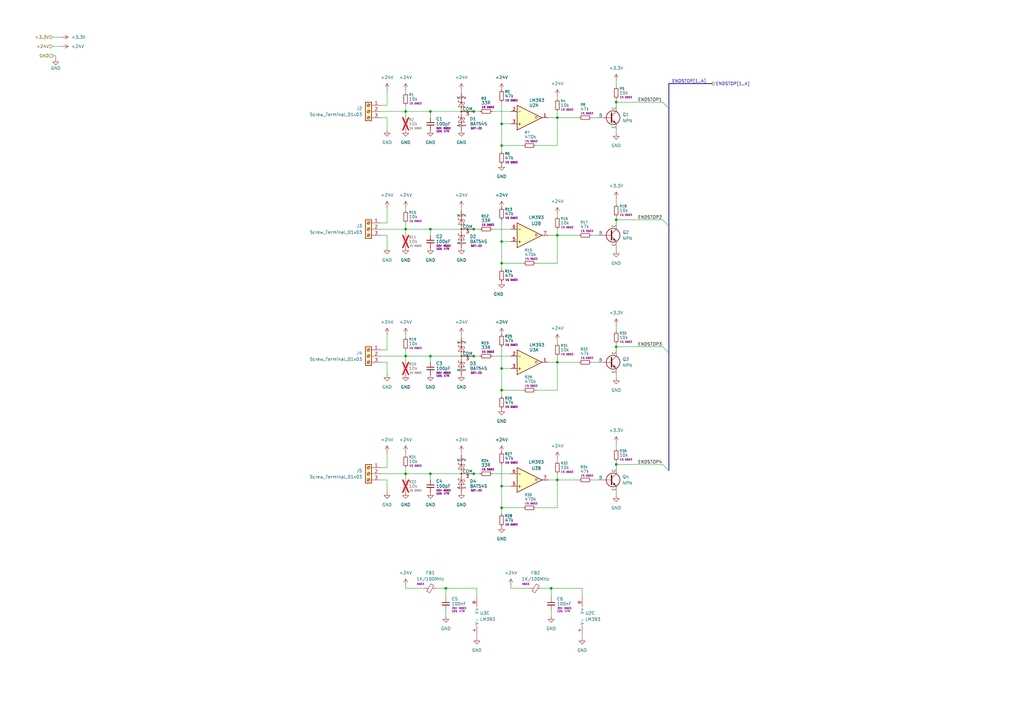
<source format=kicad_sch>
(kicad_sch (version 20250114) (generator "eeschema") (generator_version "9.0")
  (paper "A3")
  (junction (at 228.6 196.85))
  (junction (at 166.37 45.72))
  (junction (at 194.31 146.05))
  (junction (at 205.74 160.02))
  (junction (at 166.37 194.31))
  (junction (at 176.53 146.05))
  (junction (at 228.6 148.59))
  (junction (at 182.88 241.3))
  (junction (at 205.74 59.69))
  (junction (at 205.74 151.13))
  (junction (at 205.74 199.39))
  (junction (at 205.74 50.8))
  (junction (at 252.73 41.91))
  (junction (at 166.37 146.05))
  (junction (at 252.73 142.24))
  (junction (at 205.74 208.28))
  (junction (at 228.6 48.26))
  (junction (at 176.53 93.98))
  (junction (at 194.31 45.72))
  (junction (at 176.53 194.31))
  (junction (at 226.06 241.3))
  (junction (at 205.74 99.06))
  (junction (at 252.73 190.5))
  (junction (at 205.74 107.95))
  (junction (at 166.37 93.98))
  (junction (at 194.31 93.98))
  (junction (at 194.31 194.31))
  (junction (at 176.53 45.72))
  (junction (at 228.6 96.52))
  (junction (at 252.73 90.17))
  (bus_entry (at 271.78 190.5) (size 2.54 2.54))
  (bus_entry (at 271.78 142.24) (size 2.54 2.54))
  (bus_entry (at 271.78 90.17) (size 2.54 2.54))
  (bus_entry (at 271.78 41.91) (size 2.54 2.54))
  (wire (pts (xy 166.37 85.09) (xy 166.37 86.36)))
  (wire (pts (xy 166.37 146.05) (xy 166.37 148.59)))
  (wire (pts (xy 166.37 45.72) (xy 176.53 45.72)))
  (wire (pts (xy 156.21 93.98) (xy 166.37 93.98)))
  (wire (pts (xy 252.73 41.91) (xy 252.73 43.18)))
  (wire (pts (xy 214.63 59.69) (xy 205.74 59.69)))
  (bus (pts (xy 274.32 44.45) (xy 274.32 34.29)))
  (wire (pts (xy 228.6 208.28) (xy 219.71 208.28)))
  (wire (pts (xy 228.6 146.05) (xy 228.6 148.59)))
  (wire (pts (xy 228.6 59.69) (xy 219.71 59.69)))
  (wire (pts (xy 194.31 93.98) (xy 196.85 93.98)))
  (wire (pts (xy 166.37 194.31) (xy 166.37 196.85)))
  (wire (pts (xy 21.59 15.24) (xy 25.4 15.24)))
  (wire (pts (xy 228.6 139.7) (xy 228.6 140.97)))
  (wire (pts (xy 158.75 185.42) (xy 158.75 191.77)))
  (wire (pts (xy 156.21 196.85) (xy 158.75 196.85)))
  (wire (pts (xy 205.74 107.95) (xy 205.74 110.49)))
  (wire (pts (xy 166.37 146.05) (xy 176.53 146.05)))
  (wire (pts (xy 228.6 93.98) (xy 228.6 96.52)))
  (wire (pts (xy 252.73 140.97) (xy 252.73 142.24)))
  (wire (pts (xy 252.73 101.6) (xy 252.73 102.87)))
  (wire (pts (xy 176.53 194.31) (xy 176.53 196.85)))
  (wire (pts (xy 158.75 85.09) (xy 158.75 91.44)))
  (wire (pts (xy 224.79 96.52) (xy 228.6 96.52)))
  (wire (pts (xy 205.74 199.39) (xy 205.74 208.28)))
  (wire (pts (xy 166.37 45.72) (xy 166.37 48.26)))
  (wire (pts (xy 166.37 143.51) (xy 166.37 146.05)))
  (wire (pts (xy 166.37 241.3) (xy 166.37 240.03)))
  (wire (pts (xy 228.6 187.96) (xy 228.6 189.23)))
  (wire (pts (xy 156.21 45.72) (xy 166.37 45.72)))
  (wire (pts (xy 214.63 160.02) (xy 205.74 160.02)))
  (wire (pts (xy 252.73 88.9) (xy 252.73 90.17)))
  (wire (pts (xy 252.73 90.17) (xy 271.78 90.17)))
  (wire (pts (xy 252.73 41.91) (xy 271.78 41.91)))
  (wire (pts (xy 158.75 101.6) (xy 158.75 96.52)))
  (wire (pts (xy 166.37 93.98) (xy 176.53 93.98)))
  (wire (pts (xy 252.73 181.61) (xy 252.73 184.15)))
  (wire (pts (xy 166.37 191.77) (xy 166.37 194.31)))
  (bus (pts (xy 274.32 144.78) (xy 274.32 92.71)))
  (wire (pts (xy 238.76 241.3) (xy 238.76 245.11)))
  (wire (pts (xy 194.31 45.72) (xy 196.85 45.72)))
  (wire (pts (xy 228.6 107.95) (xy 219.71 107.95)))
  (wire (pts (xy 179.07 241.3) (xy 182.88 241.3)))
  (wire (pts (xy 252.73 33.02) (xy 252.73 35.56)))
  (wire (pts (xy 201.93 146.05) (xy 209.55 146.05)))
  (wire (pts (xy 182.88 245.11) (xy 182.88 241.3)))
  (wire (pts (xy 228.6 39.37) (xy 228.6 40.64)))
  (wire (pts (xy 205.74 160.02) (xy 205.74 151.13)))
  (wire (pts (xy 201.93 194.31) (xy 209.55 194.31)))
  (wire (pts (xy 189.23 85.09) (xy 189.23 86.36)))
  (wire (pts (xy 228.6 45.72) (xy 228.6 48.26)))
  (wire (pts (xy 156.21 43.18) (xy 158.75 43.18)))
  (wire (pts (xy 158.75 36.83) (xy 158.75 43.18)))
  (wire (pts (xy 156.21 48.26) (xy 158.75 48.26)))
  (wire (pts (xy 228.6 87.63) (xy 228.6 88.9)))
  (wire (pts (xy 156.21 96.52) (xy 158.75 96.52)))
  (wire (pts (xy 176.53 194.31) (xy 194.31 194.31)))
  (bus (pts (xy 274.32 193.04) (xy 274.32 144.78)))
  (wire (pts (xy 205.74 199.39) (xy 209.55 199.39)))
  (wire (pts (xy 156.21 146.05) (xy 166.37 146.05)))
  (wire (pts (xy 176.53 93.98) (xy 176.53 96.52)))
  (wire (pts (xy 195.58 260.35) (xy 195.58 261.62)))
  (wire (pts (xy 201.93 45.72) (xy 209.55 45.72)))
  (wire (pts (xy 228.6 96.52) (xy 237.49 96.52)))
  (wire (pts (xy 182.88 241.3) (xy 195.58 241.3)))
  (wire (pts (xy 166.37 36.83) (xy 166.37 38.1)))
  (wire (pts (xy 176.53 146.05) (xy 194.31 146.05)))
  (wire (pts (xy 214.63 107.95) (xy 205.74 107.95)))
  (wire (pts (xy 222.25 241.3) (xy 226.06 241.3)))
  (wire (pts (xy 228.6 148.59) (xy 237.49 148.59)))
  (wire (pts (xy 209.55 241.3) (xy 217.17 241.3)))
  (wire (pts (xy 205.74 151.13) (xy 209.55 151.13)))
  (wire (pts (xy 242.57 196.85) (xy 245.11 196.85)))
  (wire (pts (xy 228.6 194.31) (xy 228.6 196.85)))
  (wire (pts (xy 214.63 208.28) (xy 205.74 208.28)))
  (wire (pts (xy 182.88 252.73) (xy 182.88 250.19)))
  (wire (pts (xy 226.06 252.73) (xy 226.06 250.19)))
  (wire (pts (xy 252.73 190.5) (xy 271.78 190.5)))
  (wire (pts (xy 189.23 185.42) (xy 189.23 186.69)))
  (wire (pts (xy 252.73 40.64) (xy 252.73 41.91)))
  (wire (pts (xy 166.37 93.98) (xy 166.37 96.52)))
  (wire (pts (xy 224.79 196.85) (xy 228.6 196.85)))
  (wire (pts (xy 226.06 245.11) (xy 226.06 241.3)))
  (wire (pts (xy 252.73 153.67) (xy 252.73 154.94)))
  (wire (pts (xy 252.73 133.35) (xy 252.73 135.89)))
  (wire (pts (xy 242.57 148.59) (xy 245.11 148.59)))
  (bus (pts (xy 274.32 34.29) (xy 292.1 34.29)))
  (wire (pts (xy 156.21 148.59) (xy 158.75 148.59)))
  (wire (pts (xy 201.93 93.98) (xy 209.55 93.98)))
  (wire (pts (xy 228.6 196.85) (xy 237.49 196.85)))
  (wire (pts (xy 205.74 50.8) (xy 205.74 41.91)))
  (wire (pts (xy 189.23 137.16) (xy 189.23 138.43)))
  (wire (pts (xy 166.37 43.18) (xy 166.37 45.72)))
  (wire (pts (xy 176.53 45.72) (xy 176.53 48.26)))
  (wire (pts (xy 252.73 190.5) (xy 252.73 191.77)))
  (wire (pts (xy 205.74 151.13) (xy 205.74 142.24)))
  (wire (pts (xy 176.53 146.05) (xy 176.53 148.59)))
  (wire (pts (xy 205.74 160.02) (xy 205.74 162.56)))
  (wire (pts (xy 252.73 142.24) (xy 252.73 143.51)))
  (wire (pts (xy 205.74 59.69) (xy 205.74 50.8)))
  (wire (pts (xy 166.37 194.31) (xy 176.53 194.31)))
  (wire (pts (xy 22.86 22.86) (xy 22.86 24.13)))
  (wire (pts (xy 228.6 48.26) (xy 228.6 59.69)))
  (wire (pts (xy 176.53 45.72) (xy 194.31 45.72)))
  (wire (pts (xy 242.57 96.52) (xy 245.11 96.52)))
  (wire (pts (xy 176.53 93.98) (xy 194.31 93.98)))
  (wire (pts (xy 228.6 48.26) (xy 237.49 48.26)))
  (wire (pts (xy 158.75 201.93) (xy 158.75 196.85)))
  (wire (pts (xy 194.31 146.05) (xy 196.85 146.05)))
  (wire (pts (xy 228.6 196.85) (xy 228.6 208.28)))
  (wire (pts (xy 238.76 260.35) (xy 238.76 261.62)))
  (wire (pts (xy 158.75 153.67) (xy 158.75 148.59)))
  (wire (pts (xy 195.58 241.3) (xy 195.58 245.11)))
  (wire (pts (xy 156.21 143.51) (xy 158.75 143.51)))
  (wire (pts (xy 166.37 241.3) (xy 173.99 241.3)))
  (wire (pts (xy 209.55 241.3) (xy 209.55 240.03)))
  (wire (pts (xy 156.21 191.77) (xy 158.75 191.77)))
  (wire (pts (xy 166.37 91.44) (xy 166.37 93.98)))
  (wire (pts (xy 252.73 201.93) (xy 252.73 203.2)))
  (wire (pts (xy 252.73 81.28) (xy 252.73 83.82)))
  (wire (pts (xy 224.79 148.59) (xy 228.6 148.59)))
  (wire (pts (xy 228.6 160.02) (xy 219.71 160.02)))
  (wire (pts (xy 252.73 142.24) (xy 271.78 142.24)))
  (wire (pts (xy 228.6 96.52) (xy 228.6 107.95)))
  (wire (pts (xy 166.37 137.16) (xy 166.37 138.43)))
  (wire (pts (xy 21.59 22.86) (xy 22.86 22.86)))
  (wire (pts (xy 158.75 137.16) (xy 158.75 143.51)))
  (wire (pts (xy 205.74 99.06) (xy 209.55 99.06)))
  (wire (pts (xy 205.74 50.8) (xy 209.55 50.8)))
  (wire (pts (xy 158.75 53.34) (xy 158.75 48.26)))
  (wire (pts (xy 252.73 189.23) (xy 252.73 190.5)))
  (bus (pts (xy 274.32 92.71) (xy 274.32 44.45)))
  (wire (pts (xy 226.06 241.3) (xy 238.76 241.3)))
  (wire (pts (xy 194.31 194.31) (xy 196.85 194.31)))
  (wire (pts (xy 189.23 36.83) (xy 189.23 38.1)))
  (wire (pts (xy 205.74 208.28) (xy 205.74 210.82)))
  (wire (pts (xy 156.21 194.31) (xy 166.37 194.31)))
  (wire (pts (xy 205.74 59.69) (xy 205.74 62.23)))
  (wire (pts (xy 228.6 148.59) (xy 228.6 160.02)))
  (wire (pts (xy 156.21 91.44) (xy 158.75 91.44)))
  (wire (pts (xy 21.59 19.05) (xy 25.4 19.05)))
  (wire (pts (xy 252.73 90.17) (xy 252.73 91.44)))
  (wire (pts (xy 205.74 99.06) (xy 205.74 107.95)))
  (wire (pts (xy 166.37 185.42) (xy 166.37 186.69)))
  (wire (pts (xy 224.79 48.26) (xy 228.6 48.26)))
  (wire (pts (xy 242.57 48.26) (xy 245.11 48.26)))
  (wire (pts (xy 205.74 199.39) (xy 205.74 190.5)))
  (wire (pts (xy 205.74 99.06) (xy 205.74 90.17)))
  (wire (pts (xy 252.73 53.34) (xy 252.73 54.61)))
  (label "ENDSTOP4" (at 261.62 190.5 0))
  (label "ENDSTOP2" (at 261.62 90.17 0))
  (label "ENDSTOP[1..4]" (at 275.59 34.29 0))
  (label "ENDSTOP3" (at 261.62 142.24 0))
  (label "ENDSTOP1" (at 261.62 41.91 0))
  (hierarchical_label "+24V" (shape input) (at 21.59 19.05 180))
  (hierarchical_label "GND" (shape passive) (at 21.59 22.86 180))
  (hierarchical_label "ENDSTOP[1..4]" (shape output) (at 292.1 34.29 0))
  (hierarchical_label "+3.3V" (shape input) (at 21.59 15.24 180))
  (symbol (lib_id "Connector:Screw_Terminal_01x03") (at 151.13 146.05 0) (mirror y) (unit 1)
    (property "Reference" "J4" (at 148.59 144.7799 0) (effects (justify left)))
    (property "Value" "Screw_Terminal_01x03" (at 148.59 147.3199 0) (effects (justify left)))
    (property "Footprint" "TerminalBlock_4Ucon:TerminalBlock_4Ucon_1x03_P3.50mm_Horizontal" (effects (hide yes)))
    (property "Description" "Generic screw terminal, single row, 01x03, script generated (kicad-library-utils/schlib/autogen/connector/)" (effects (hide yes)))
  )
  (symbol (lib_id "power:GND") (at 252.73 154.94 0) (unit 1)
    (property "Reference" "#PWR046" (effects (hide yes)))
    (property "Value" "GND" (at 252.73 160.02 0))
    (property "Description" "Power symbol creates a global label with name \"GND\" , ground" (effects (hide yes)))
  )
  (symbol (lib_id "Diode:BAT54S") (at 189.23 146.05 90) (unit 1)
    (property "Reference" "D3" (at 195.326 149.098 90) (effects (justify left)))
    (property "Value" "BAT54S" (at 199.898 151.13 90) (effects (justify left)))
    (property "Footprint" "Package_TO_SOT_SMD:SOT-23" (effects (hide yes)))
    (property "Datasheet" "https://www.diodes.com/assets/Datasheets/ds11005.pdf" (effects (hide yes)))
    (property "Description" "Vr 30V, If 200mA, Dual schottky barrier diode, in series, SOT-323" (effects (hide yes)))
    (property "case" "SOT-23" (at 195.326 152.908 90) (effects (font (size 0.762 0.762))))
  )
  (symbol (lib_id "Device:R_Small") (at 166.37 88.9 0) (unit 1)
    (property "Reference" "R10" (at 167.64 87.122 0) (effects (font (size 1.016 1.016)) (justify left)))
    (property "Value" "10k" (at 167.64 88.9 0) (effects (justify left)))
    (property "Footprint" "Resistor_SMD:R_0603_1608Metric" (effects (hide yes)))
    (property "Description" "Resistor, small symbol" (effects (hide yes)))
    (property "Case" "0603" (at 171.45 90.678 0) (effects (font (size 0.762 0.762))))
    (property "Tolerance" "1%" (at 168.656 90.678 0) (effects (font (size 0.762 0.762))))
  )
  (symbol (lib_id "power:+24V") (at 166.37 36.83 0) (unit 1)
    (property "Reference" "#PWR04" (effects (hide yes)))
    (property "Value" "+24V" (at 166.37 31.75 0))
    (property "Description" "Power symbol creates a global label with name \"+24V\"" (effects (hide yes)))
  )
  (symbol (lib_id "Device:R_Small") (at 205.74 39.37 0) (unit 1)
    (property "Reference" "R5" (at 207.01 37.592 0) (effects (font (size 1.016 1.016)) (justify left)))
    (property "Value" "47k" (at 207.01 39.37 0) (effects (justify left)))
    (property "Footprint" "Resistor_SMD:R_0603_1608Metric" (effects (hide yes)))
    (property "Description" "Resistor, small symbol" (effects (hide yes)))
    (property "Case" "0603" (at 210.82 41.148 0) (effects (font (size 0.762 0.762))))
    (property "Tolerance" "1%" (at 208.026 41.148 0) (effects (font (size 0.762 0.762))))
  )
  (symbol (lib_id "Comparator:LM393") (at 217.17 96.52 0) (mirror x) (unit 2)
    (property "Reference" "U2" (at 219.964 91.694 0))
    (property "Value" "LM393" (at 219.964 89.154 0))
    (property "Footprint" "Package_SO:SOIC-8_5.3x5.3mm_P1.27mm" (effects (hide yes)))
    (property "Datasheet" "http://www.ti.com/lit/ds/symlink/lm393.pdf" (effects (hide yes)))
    (property "Description" "Low-Power, Low-Offset Voltage, Dual Comparators, DIP-8/SOIC-8/TO-99-8" (effects (hide yes)))
  )
  (symbol (lib_id "power:GND") (at 189.23 101.6 0) (unit 1)
    (property "Reference" "#PWR019" (effects (hide yes)))
    (property "Value" "GND" (at 189.23 106.68 0))
    (property "Description" "Power symbol creates a global label with name \"GND\" , ground" (effects (hide yes)))
  )
  (symbol (lib_id "Device:R_Small") (at 240.03 48.26 90) (unit 1)
    (property "Reference" "R8" (at 237.998 42.926 90) (effects (font (size 1.016 1.016)) (justify right)))
    (property "Value" "47k" (at 237.998 44.704 90) (effects (justify right)))
    (property "Footprint" "Resistor_SMD:R_0603_1608Metric" (effects (hide yes)))
    (property "Description" "Resistor, small symbol" (effects (hide yes)))
    (property "Case" "0603" (at 241.808 46.482 90) (effects (font (size 0.762 0.762))))
    (property "Tolerance" "1%" (at 239.014 46.482 90) (effects (font (size 0.762 0.762))))
  )
  (symbol (lib_id "power:GND") (at 158.75 53.34 0) (unit 1)
    (property "Reference" "#PWR07" (effects (hide yes)))
    (property "Value" "GND" (at 158.75 58.42 0))
    (property "Description" "Power symbol creates a global label with name \"GND\" , ground" (effects (hide yes)))
  )
  (symbol (lib_id "power:+24V") (at 166.37 137.16 0) (unit 1)
    (property "Reference" "#PWR029" (effects (hide yes)))
    (property "Value" "+24V" (at 166.37 132.08 0))
    (property "Description" "Power symbol creates a global label with name \"+24V\"" (effects (hide yes)))
  )
  (symbol (lib_id "power:+24V") (at 158.75 137.16 0) (unit 1)
    (property "Reference" "#PWR025" (effects (hide yes)))
    (property "Value" "+24V" (at 158.75 132.08 0))
    (property "Description" "Power symbol creates a global label with name \"+24V\"" (effects (hide yes)))
  )
  (symbol (lib_id "Comparator:LM393") (at 217.17 48.26 0) (mirror x) (unit 1)
    (property "Reference" "U2" (at 218.948 43.18 0))
    (property "Value" "LM393" (at 220.218 41.148 0))
    (property "Footprint" "Package_SO:SOIC-8_5.3x5.3mm_P1.27mm" (effects (hide yes)))
    (property "Datasheet" "http://www.ti.com/lit/ds/symlink/lm393.pdf" (effects (hide yes)))
    (property "Description" "Low-Power, Low-Offset Voltage, Dual Comparators, DIP-8/SOIC-8/TO-99-8" (effects (hide yes)))
  )
  (symbol (lib_id "Device:R_Small") (at 240.03 148.59 90) (unit 1)
    (property "Reference" "R33" (at 237.998 143.256 90) (effects (font (size 1.016 1.016)) (justify right)))
    (property "Value" "47k" (at 237.998 145.034 90) (effects (justify right)))
    (property "Footprint" "Resistor_SMD:R_0603_1608Metric" (effects (hide yes)))
    (property "Description" "Resistor, small symbol" (effects (hide yes)))
    (property "Case" "0603" (at 241.808 146.812 90) (effects (font (size 0.762 0.762))))
    (property "Tolerance" "1%" (at 239.014 146.812 90) (effects (font (size 0.762 0.762))))
  )
  (symbol (lib_id "power:+3.3V") (at 252.73 33.02 0) (unit 1)
    (property "Reference" "#PWR08" (effects (hide yes)))
    (property "Value" "+3.3V" (at 252.73 27.94 0))
    (property "Description" "Power symbol creates a global label with name \"+3.3V\"" (effects (hide yes)))
  )
  (symbol (lib_id "Device:R_Small") (at 166.37 50.8 0) (unit 1) (dnp yes)
    (property "Reference" "R2" (at 167.64 49.022 0) (effects (font (size 1.016 1.016)) (justify left)))
    (property "Value" "10k" (at 167.64 50.8 0) (effects (justify left)))
    (property "Footprint" "Resistor_SMD:R_0603_1608Metric" (effects (hide yes)))
    (property "Description" "Resistor, small symbol" (effects (hide yes)))
    (property "Case" "0603" (at 171.45 52.578 0) (effects (font (size 0.762 0.762))))
    (property "Tolerance" "1%" (at 168.656 52.578 0) (effects (font (size 0.762 0.762))))
  )
  (symbol (lib_id "power:GND") (at 166.37 153.67 0) (unit 1)
    (property "Reference" "#PWR030" (effects (hide yes)))
    (property "Value" "GND" (at 166.37 158.75 0))
    (property "Description" "Power symbol creates a global label with name \"GND\" , ground" (effects (hide yes)))
  )
  (symbol (lib_id "Device:C_Small") (at 176.53 50.8 0) (unit 1)
    (property "Reference" "C1" (at 178.816 48.768 0) (effects (justify left)))
    (property "Value" "100pF" (at 178.816 50.8 0) (effects (justify left)))
    (property "Footprint" "Capacitor_SMD:C_0603_1608Metric" (effects (hide yes)))
    (property "Description" "Unpolarized capacitor, small symbol" (effects (hide yes)))
    (property "Tolerance" "10%" (at 180.086 53.848 0) (effects (font (size 0.762 0.762))))
    (property "Case" "0603" (at 183.388 52.578 0) (effects (font (size 0.762 0.762))))
    (property "Voltage" "50V" (at 180.086 52.578 0) (effects (font (size 0.762 0.762))))
    (property "Dielectric" "X7R" (at 183.134 53.848 0) (effects (font (size 0.762 0.762))))
  )
  (symbol (lib_id "Comparator:LM393") (at 241.3 252.73 0) (unit 3)
    (property "Reference" "U2" (at 240.03 251.4599 0) (effects (justify left)))
    (property "Value" "LM393" (at 240.03 253.9999 0) (effects (justify left)))
    (property "Footprint" "Package_SO:SOIC-8_5.3x5.3mm_P1.27mm" (effects (hide yes)))
    (property "Datasheet" "http://www.ti.com/lit/ds/symlink/lm393.pdf" (effects (hide yes)))
    (property "Description" "Low-Power, Low-Offset Voltage, Dual Comparators, DIP-8/SOIC-8/TO-99-8" (effects (hide yes)))
  )
  (symbol (lib_id "Device:R_Small") (at 205.74 213.36 0) (unit 1)
    (property "Reference" "R28" (at 207.01 211.582 0) (effects (font (size 1.016 1.016)) (justify left)))
    (property "Value" "47k" (at 207.01 213.36 0) (effects (justify left)))
    (property "Footprint" "Resistor_SMD:R_0603_1608Metric" (effects (hide yes)))
    (property "Description" "Resistor, small symbol" (effects (hide yes)))
    (property "Case" "0603" (at 210.82 215.138 0) (effects (font (size 0.762 0.762))))
    (property "Tolerance" "1%" (at 208.026 215.138 0) (effects (font (size 0.762 0.762))))
  )
  (symbol (lib_id "power:+24V") (at 189.23 185.42 0) (unit 1)
    (property "Reference" "#PWR037" (effects (hide yes)))
    (property "Value" "+24V" (at 189.23 180.34 0))
    (property "Description" "Power symbol creates a global label with name \"+24V\"" (effects (hide yes)))
  )
  (symbol (lib_id "Device:R_Small") (at 205.74 87.63 0) (unit 1)
    (property "Reference" "R13" (at 207.01 85.852 0) (effects (font (size 1.016 1.016)) (justify left)))
    (property "Value" "47k" (at 207.01 87.63 0) (effects (justify left)))
    (property "Footprint" "Resistor_SMD:R_0603_1608Metric" (effects (hide yes)))
    (property "Description" "Resistor, small symbol" (effects (hide yes)))
    (property "Case" "0603" (at 210.82 89.408 0) (effects (font (size 0.762 0.762))))
    (property "Tolerance" "1%" (at 208.026 89.408 0) (effects (font (size 0.762 0.762))))
  )
  (symbol (lib_id "power:GND") (at 176.53 201.93 0) (unit 1)
    (property "Reference" "#PWR034" (effects (hide yes)))
    (property "Value" "GND" (at 176.53 207.01 0))
    (property "Description" "Power symbol creates a global label with name \"GND\" , ground" (effects (hide yes)))
  )
  (symbol (lib_id "power:GND") (at 195.58 261.62 0) (unit 1)
    (property "Reference" "#PWR049" (effects (hide yes)))
    (property "Value" "GND" (at 195.58 266.7 0))
    (property "Description" "Power symbol creates a global label with name \"GND\" , ground" (effects (hide yes)))
  )
  (symbol (lib_id "power:+24V") (at 166.37 185.42 0) (unit 1)
    (property "Reference" "#PWR031" (effects (hide yes)))
    (property "Value" "+24V" (at 166.37 180.34 0))
    (property "Description" "Power symbol creates a global label with name \"+24V\"" (effects (hide yes)))
  )
  (symbol (lib_id "power:GND") (at 189.23 201.93 0) (unit 1)
    (property "Reference" "#PWR038" (effects (hide yes)))
    (property "Value" "GND" (at 189.23 207.01 0))
    (property "Description" "Power symbol creates a global label with name \"GND\" , ground" (effects (hide yes)))
  )
  (symbol (lib_id "power:GND") (at 166.37 201.93 0) (unit 1)
    (property "Reference" "#PWR032" (effects (hide yes)))
    (property "Value" "GND" (at 166.37 207.01 0))
    (property "Description" "Power symbol creates a global label with name \"GND\" , ground" (effects (hide yes)))
  )
  (symbol (lib_id "power:+24V") (at 158.75 36.83 0) (unit 1)
    (property "Reference" "#PWR05" (effects (hide yes)))
    (property "Value" "+24V" (at 158.75 31.75 0))
    (property "Description" "Power symbol creates a global label with name \"+24V\"" (effects (hide yes)))
  )
  (symbol (lib_id "Diode:BAT54S") (at 189.23 45.72 90) (unit 1)
    (property "Reference" "D1" (at 195.326 48.768 90) (effects (justify left)))
    (property "Value" "BAT54S" (at 199.898 50.8 90) (effects (justify left)))
    (property "Footprint" "Package_TO_SOT_SMD:SOT-23" (effects (hide yes)))
    (property "Datasheet" "https://www.diodes.com/assets/Datasheets/ds11005.pdf" (effects (hide yes)))
    (property "Description" "Vr 30V, If 200mA, Dual schottky barrier diode, in series, SOT-323" (effects (hide yes)))
    (property "case" "SOT-23" (at 195.326 52.578 90) (effects (font (size 0.762 0.762))))
  )
  (symbol (lib_id "Device:C_Small") (at 226.06 247.65 0) (unit 1)
    (property "Reference" "C6" (at 228.346 245.618 0) (effects (justify left)))
    (property "Value" "100nF" (at 228.346 247.65 0) (effects (justify left)))
    (property "Footprint" "Capacitor_SMD:C_0603_1608Metric" (effects (hide yes)))
    (property "Description" "Unpolarized capacitor, small symbol" (effects (hide yes)))
    (property "Tolerance" "10%" (at 229.616 250.698 0) (effects (font (size 0.762 0.762))))
    (property "Case" "0603" (at 232.918 249.428 0) (effects (font (size 0.762 0.762))))
    (property "Voltage" "35V" (at 229.616 249.428 0) (effects (font (size 0.762 0.762))))
    (property "Dielectric" "X7R" (at 232.664 250.698 0) (effects (font (size 0.762 0.762))))
  )
  (symbol (lib_id "power:+3.3V") (at 252.73 133.35 0) (unit 1)
    (property "Reference" "#PWR043" (effects (hide yes)))
    (property "Value" "+3.3V" (at 252.73 128.27 0))
    (property "Description" "Power symbol creates a global label with name \"+3.3V\"" (effects (hide yes)))
  )
  (symbol (lib_id "Device:R_Small") (at 166.37 140.97 0) (unit 1)
    (property "Reference" "R19" (at 167.64 139.192 0) (effects (font (size 1.016 1.016)) (justify left)))
    (property "Value" "10k" (at 167.64 140.97 0) (effects (justify left)))
    (property "Footprint" "Resistor_SMD:R_0603_1608Metric" (effects (hide yes)))
    (property "Description" "Resistor, small symbol" (effects (hide yes)))
    (property "Case" "0603" (at 171.45 142.748 0) (effects (font (size 0.762 0.762))))
    (property "Tolerance" "1%" (at 168.656 142.748 0) (effects (font (size 0.762 0.762))))
  )
  (symbol (lib_id "Device:R_Small") (at 205.74 139.7 0) (unit 1)
    (property "Reference" "R25" (at 207.01 137.922 0) (effects (font (size 1.016 1.016)) (justify left)))
    (property "Value" "47k" (at 207.01 139.7 0) (effects (justify left)))
    (property "Footprint" "Resistor_SMD:R_0603_1608Metric" (effects (hide yes)))
    (property "Description" "Resistor, small symbol" (effects (hide yes)))
    (property "Case" "0603" (at 210.82 141.478 0) (effects (font (size 0.762 0.762))))
    (property "Tolerance" "1%" (at 208.026 141.478 0) (effects (font (size 0.762 0.762))))
  )
  (symbol (lib_id "Device:R_Small") (at 228.6 91.44 0) (unit 1)
    (property "Reference" "R16" (at 229.87 89.662 0) (effects (font (size 1.016 1.016)) (justify left)))
    (property "Value" "10k" (at 229.87 91.44 0) (effects (justify left)))
    (property "Footprint" "Resistor_SMD:R_0603_1608Metric" (effects (hide yes)))
    (property "Description" "Resistor, small symbol" (effects (hide yes)))
    (property "Case" "0603" (at 233.68 93.218 0) (effects (font (size 0.762 0.762))))
    (property "Tolerance" "1%" (at 230.886 93.218 0) (effects (font (size 0.762 0.762))))
  )
  (symbol (lib_id "Device:R_Small") (at 252.73 86.36 0) (unit 1)
    (property "Reference" "R18" (at 254 84.582 0) (effects (font (size 1.016 1.016)) (justify left)))
    (property "Value" "10k" (at 254 86.36 0) (effects (justify left)))
    (property "Footprint" "Resistor_SMD:R_0603_1608Metric" (effects (hide yes)))
    (property "Description" "Resistor, small symbol" (effects (hide yes)))
    (property "Case" "0603" (at 257.81 88.138 0) (effects (font (size 0.762 0.762))))
    (property "Tolerance" "1%" (at 255.016 88.138 0) (effects (font (size 0.762 0.762))))
  )
  (symbol (lib_id "Device:R_Small") (at 166.37 99.06 0) (unit 1) (dnp yes)
    (property "Reference" "R11" (at 167.64 97.282 0) (effects (font (size 1.016 1.016)) (justify left)))
    (property "Value" "10k" (at 167.64 99.06 0) (effects (justify left)))
    (property "Footprint" "Resistor_SMD:R_0603_1608Metric" (effects (hide yes)))
    (property "Description" "Resistor, small symbol" (effects (hide yes)))
    (property "Case" "0603" (at 171.45 100.838 0) (effects (font (size 0.762 0.762))))
    (property "Tolerance" "1%" (at 168.656 100.838 0) (effects (font (size 0.762 0.762))))
  )
  (symbol (lib_id "Device:R_Small") (at 199.39 45.72 90) (unit 1)
    (property "Reference" "R3" (at 197.358 40.386 90) (effects (font (size 1.016 1.016)) (justify right)))
    (property "Value" "33R" (at 197.358 42.164 90) (effects (justify right)))
    (property "Footprint" "Resistor_SMD:R_0603_1608Metric" (effects (hide yes)))
    (property "Description" "Resistor, small symbol" (effects (hide yes)))
    (property "Case" "0603" (at 201.168 43.942 90) (effects (font (size 0.762 0.762))))
    (property "Tolerance" "1%" (at 198.374 43.942 90) (effects (font (size 0.762 0.762))))
  )
  (symbol (lib_id "Device:R_Small") (at 166.37 199.39 0) (unit 1) (dnp yes)
    (property "Reference" "R22" (at 167.64 197.612 0) (effects (font (size 1.016 1.016)) (justify left)))
    (property "Value" "10k" (at 167.64 199.39 0) (effects (justify left)))
    (property "Footprint" "Resistor_SMD:R_0603_1608Metric" (effects (hide yes)))
    (property "Description" "Resistor, small symbol" (effects (hide yes)))
    (property "Case" "0603" (at 171.45 201.168 0) (effects (font (size 0.762 0.762))))
    (property "Tolerance" "1%" (at 168.656 201.168 0) (effects (font (size 0.762 0.762))))
  )
  (symbol (lib_id "power:GND") (at 158.75 201.93 0) (unit 1)
    (property "Reference" "#PWR028" (effects (hide yes)))
    (property "Value" "GND" (at 158.75 207.01 0))
    (property "Description" "Power symbol creates a global label with name \"GND\" , ground" (effects (hide yes)))
  )
  (symbol (lib_id "Device:R_Small") (at 205.74 187.96 0) (unit 1)
    (property "Reference" "R27" (at 207.01 186.182 0) (effects (font (size 1.016 1.016)) (justify left)))
    (property "Value" "47k" (at 207.01 187.96 0) (effects (justify left)))
    (property "Footprint" "Resistor_SMD:R_0603_1608Metric" (effects (hide yes)))
    (property "Description" "Resistor, small symbol" (effects (hide yes)))
    (property "Case" "0603" (at 210.82 189.738 0) (effects (font (size 0.762 0.762))))
    (property "Tolerance" "1%" (at 208.026 189.738 0) (effects (font (size 0.762 0.762))))
  )
  (symbol (lib_id "Connector:Screw_Terminal_01x03") (at 151.13 194.31 0) (mirror y) (unit 1)
    (property "Reference" "J5" (at 148.59 193.0399 0) (effects (justify left)))
    (property "Value" "Screw_Terminal_01x03" (at 148.59 195.5799 0) (effects (justify left)))
    (property "Footprint" "TerminalBlock_4Ucon:TerminalBlock_4Ucon_1x03_P3.50mm_Horizontal" (effects (hide yes)))
    (property "Description" "Generic screw terminal, single row, 01x03, script generated (kicad-library-utils/schlib/autogen/connector/)" (effects (hide yes)))
  )
  (symbol (lib_id "Simulation_SPICE:NPN") (at 250.19 96.52 0) (unit 1)
    (property "Reference" "Q2" (at 255.27 95.2499 0) (effects (justify left)))
    (property "Value" "NPN" (at 255.27 97.7899 0) (effects (justify left)))
    (property "Footprint" "Package_TO_SOT_SMD:TSOT-23" (effects (hide yes)))
    (property "Datasheet" "https://ngspice.sourceforge.io/docs/ngspice-html-manual/manual.xhtml#cha_BJTs" (effects (hide yes)))
    (property "Description" "Bipolar transistor symbol for simulation only, substrate tied to the emitter" (effects (hide yes)))
    (property "Sim.Device" "NPN" (effects (hide yes)))
    (property "Sim.Type" "GUMMELPOON" (effects (hide yes)))
    (property "Sim.Pins" "1=C 2=B 3=E" (effects (hide yes)))
  )
  (symbol (lib_id "power:GND") (at 189.23 153.67 0) (unit 1)
    (property "Reference" "#PWR036" (effects (hide yes)))
    (property "Value" "GND" (at 189.23 158.75 0))
    (property "Description" "Power symbol creates a global label with name \"GND\" , ground" (effects (hide yes)))
  )
  (symbol (lib_id "Device:R_Small") (at 205.74 165.1 0) (unit 1)
    (property "Reference" "R26" (at 207.01 163.322 0) (effects (font (size 1.016 1.016)) (justify left)))
    (property "Value" "47k" (at 207.01 165.1 0) (effects (justify left)))
    (property "Footprint" "Resistor_SMD:R_0603_1608Metric" (effects (hide yes)))
    (property "Description" "Resistor, small symbol" (effects (hide yes)))
    (property "Case" "0603" (at 210.82 166.878 0) (effects (font (size 0.762 0.762))))
    (property "Tolerance" "1%" (at 208.026 166.878 0) (effects (font (size 0.762 0.762))))
  )
  (symbol (lib_id "power:GND") (at 166.37 53.34 0) (unit 1)
    (property "Reference" "#PWR01" (effects (hide yes)))
    (property "Value" "GND" (at 166.37 58.42 0))
    (property "Description" "Power symbol creates a global label with name \"GND\" , ground" (effects (hide yes)))
  )
  (symbol (lib_id "Device:C_Small") (at 176.53 99.06 0) (unit 1)
    (property "Reference" "C2" (at 178.816 97.028 0) (effects (justify left)))
    (property "Value" "100pF" (at 178.816 99.06 0) (effects (justify left)))
    (property "Footprint" "Capacitor_SMD:C_0603_1608Metric" (effects (hide yes)))
    (property "Description" "Unpolarized capacitor, small symbol" (effects (hide yes)))
    (property "Tolerance" "10%" (at 180.086 102.108 0) (effects (font (size 0.762 0.762))))
    (property "Case" "0603" (at 183.388 100.838 0) (effects (font (size 0.762 0.762))))
    (property "Voltage" "50V" (at 180.086 100.838 0) (effects (font (size 0.762 0.762))))
    (property "Dielectric" "X7R" (at 183.134 102.108 0) (effects (font (size 0.762 0.762))))
  )
  (symbol (lib_id "power:+24V") (at 205.74 36.83 0) (unit 1)
    (property "Reference" "#PWR09" (effects (hide yes)))
    (property "Value" "+24V" (at 205.74 31.75 0))
    (property "Description" "Power symbol creates a global label with name \"+24V\"" (effects (hide yes)))
  )
  (symbol (lib_id "Device:R_Small") (at 217.17 107.95 90) (unit 1)
    (property "Reference" "R15" (at 215.138 102.616 90) (effects (font (size 1.016 1.016)) (justify right)))
    (property "Value" "470k" (at 215.138 104.394 90) (effects (justify right)))
    (property "Footprint" "Resistor_SMD:R_0603_1608Metric" (effects (hide yes)))
    (property "Description" "Resistor, small symbol" (effects (hide yes)))
    (property "Case" "0603" (at 218.948 106.172 90) (effects (font (size 0.762 0.762))))
    (property "Tolerance" "1%" (at 216.154 106.172 90) (effects (font (size 0.762 0.762))))
  )
  (symbol (lib_id "power:+24V") (at 189.23 85.09 0) (unit 1)
    (property "Reference" "#PWR018" (effects (hide yes)))
    (property "Value" "+24V" (at 189.23 80.01 0))
    (property "Description" "Power symbol creates a global label with name \"+24V\"" (effects (hide yes)))
  )
  (symbol (lib_id "Device:R_Small") (at 199.39 194.31 90) (unit 1)
    (property "Reference" "R24" (at 197.358 188.976 90) (effects (font (size 1.016 1.016)) (justify right)))
    (property "Value" "33R" (at 197.358 190.754 90) (effects (justify right)))
    (property "Footprint" "Resistor_SMD:R_0603_1608Metric" (effects (hide yes)))
    (property "Description" "Resistor, small symbol" (effects (hide yes)))
    (property "Case" "0603" (at 201.168 192.532 90) (effects (font (size 0.762 0.762))))
    (property "Tolerance" "1%" (at 198.374 192.532 90) (effects (font (size 0.762 0.762))))
  )
  (symbol (lib_id "Simulation_SPICE:NPN") (at 250.19 48.26 0) (unit 1)
    (property "Reference" "Q1" (at 255.27 46.9899 0) (effects (justify left)))
    (property "Value" "NPN" (at 255.27 49.5299 0) (effects (justify left)))
    (property "Footprint" "Package_TO_SOT_SMD:TSOT-23" (effects (hide yes)))
    (property "Datasheet" "https://ngspice.sourceforge.io/docs/ngspice-html-manual/manual.xhtml#cha_BJTs" (effects (hide yes)))
    (property "Description" "Bipolar transistor symbol for simulation only, substrate tied to the emitter" (effects (hide yes)))
    (property "Sim.Device" "NPN" (effects (hide yes)))
    (property "Sim.Type" "GUMMELPOON" (effects (hide yes)))
    (property "Sim.Pins" "1=C 2=B 3=E" (effects (hide yes)))
  )
  (symbol (lib_id "Simulation_SPICE:NPN") (at 250.19 196.85 0) (unit 1)
    (property "Reference" "Q4" (at 255.27 195.5799 0) (effects (justify left)))
    (property "Value" "NPN" (at 255.27 198.1199 0) (effects (justify left)))
    (property "Footprint" "Package_TO_SOT_SMD:TSOT-23" (effects (hide yes)))
    (property "Datasheet" "https://ngspice.sourceforge.io/docs/ngspice-html-manual/manual.xhtml#cha_BJTs" (effects (hide yes)))
    (property "Description" "Bipolar transistor symbol for simulation only, substrate tied to the emitter" (effects (hide yes)))
    (property "Sim.Device" "NPN" (effects (hide yes)))
    (property "Sim.Type" "GUMMELPOON" (effects (hide yes)))
    (property "Sim.Pins" "1=C 2=B 3=E" (effects (hide yes)))
  )
  (symbol (lib_id "power:+24V") (at 205.74 137.16 0) (unit 1)
    (property "Reference" "#PWR039" (effects (hide yes)))
    (property "Value" "+24V" (at 205.74 132.08 0))
    (property "Description" "Power symbol creates a global label with name \"+24V\"" (effects (hide yes)))
  )
  (symbol (lib_id "Device:R_Small") (at 217.17 59.69 90) (unit 1)
    (property "Reference" "R7" (at 215.138 54.356 90) (effects (font (size 1.016 1.016)) (justify right)))
    (property "Value" "470k" (at 215.138 56.134 90) (effects (justify right)))
    (property "Footprint" "Resistor_SMD:R_0603_1608Metric" (effects (hide yes)))
    (property "Description" "Resistor, small symbol" (effects (hide yes)))
    (property "Case" "0603" (at 218.948 57.912 90) (effects (font (size 0.762 0.762))))
    (property "Tolerance" "1%" (at 216.154 57.912 90) (effects (font (size 0.762 0.762))))
  )
  (symbol (lib_id "Device:C_Small") (at 176.53 199.39 0) (unit 1)
    (property "Reference" "C4" (at 178.816 197.358 0) (effects (justify left)))
    (property "Value" "100pF" (at 178.816 199.39 0) (effects (justify left)))
    (property "Footprint" "Capacitor_SMD:C_0603_1608Metric" (effects (hide yes)))
    (property "Description" "Unpolarized capacitor, small symbol" (effects (hide yes)))
    (property "Tolerance" "10%" (at 180.086 202.438 0) (effects (font (size 0.762 0.762))))
    (property "Case" "0603" (at 183.388 201.168 0) (effects (font (size 0.762 0.762))))
    (property "Voltage" "50V" (at 180.086 201.168 0) (effects (font (size 0.762 0.762))))
    (property "Dielectric" "X7R" (at 183.134 202.438 0) (effects (font (size 0.762 0.762))))
  )
  (symbol (lib_id "power:+24V") (at 228.6 87.63 0) (unit 1)
    (property "Reference" "#PWR023" (effects (hide yes)))
    (property "Value" "+24V" (at 228.6 82.55 0))
    (property "Description" "Power symbol creates a global label with name \"+24V\"" (effects (hide yes)))
  )
  (symbol (lib_id "power:+24V") (at 189.23 36.83 0) (unit 1)
    (property "Reference" "#PWR06" (effects (hide yes)))
    (property "Value" "+24V" (at 189.23 31.75 0))
    (property "Description" "Power symbol creates a global label with name \"+24V\"" (effects (hide yes)))
  )
  (symbol (lib_id "power:GND") (at 238.76 261.62 0) (unit 1)
    (property "Reference" "#PWR054" (effects (hide yes)))
    (property "Value" "GND" (at 238.76 266.7 0))
    (property "Description" "Power symbol creates a global label with name \"GND\" , ground" (effects (hide yes)))
  )
  (symbol (lib_id "power:GND") (at 252.73 102.87 0) (unit 1)
    (property "Reference" "#PWR024" (effects (hide yes)))
    (property "Value" "GND" (at 252.73 107.95 0))
    (property "Description" "Power symbol creates a global label with name \"GND\" , ground" (effects (hide yes)))
  )
  (symbol (lib_id "power:GND") (at 205.74 215.9 0) (unit 1)
    (property "Reference" "#PWR042" (effects (hide yes)))
    (property "Value" "GND" (at 205.74 220.98 0))
    (property "Description" "Power symbol creates a global label with name \"GND\" , ground" (effects (hide yes)))
  )
  (symbol (lib_id "power:+24V") (at 228.6 187.96 0) (unit 1)
    (property "Reference" "#PWR047" (effects (hide yes)))
    (property "Value" "+24V" (at 228.6 182.88 0))
    (property "Description" "Power symbol creates a global label with name \"+24V\"" (effects (hide yes)))
  )
  (symbol (lib_id "power:GND") (at 22.86 24.13 0) (unit 1)
    (property "Reference" "#PWR0121" (effects (hide yes)))
    (property "Value" "GND" (at 22.86 27.94 0))
    (property "Description" "Power symbol creates a global label with name \"GND\" , ground" (effects (hide yes)))
  )
  (symbol (lib_id "Device:R_Small") (at 166.37 151.13 0) (unit 1) (dnp yes)
    (property "Reference" "R20" (at 167.64 149.352 0) (effects (font (size 1.016 1.016)) (justify left)))
    (property "Value" "10k" (at 167.64 151.13 0) (effects (justify left)))
    (property "Footprint" "Resistor_SMD:R_0603_1608Metric" (effects (hide yes)))
    (property "Description" "Resistor, small symbol" (effects (hide yes)))
    (property "Case" "0603" (at 171.45 152.908 0) (effects (font (size 0.762 0.762))))
    (property "Tolerance" "1%" (at 168.656 152.908 0) (effects (font (size 0.762 0.762))))
  )
  (symbol (lib_id "power:+3.3V") (at 252.73 81.28 0) (unit 1)
    (property "Reference" "#PWR022" (effects (hide yes)))
    (property "Value" "+3.3V" (at 252.73 76.2 0))
    (property "Description" "Power symbol creates a global label with name \"+3.3V\"" (effects (hide yes)))
  )
  (symbol (lib_id "Simulation_SPICE:NPN") (at 250.19 148.59 0) (unit 1)
    (property "Reference" "Q3" (at 255.27 147.3199 0) (effects (justify left)))
    (property "Value" "NPN" (at 255.27 149.8599 0) (effects (justify left)))
    (property "Footprint" "Package_TO_SOT_SMD:TSOT-23" (effects (hide yes)))
    (property "Datasheet" "https://ngspice.sourceforge.io/docs/ngspice-html-manual/manual.xhtml#cha_BJTs" (effects (hide yes)))
    (property "Description" "Bipolar transistor symbol for simulation only, substrate tied to the emitter" (effects (hide yes)))
    (property "Sim.Device" "NPN" (effects (hide yes)))
    (property "Sim.Type" "GUMMELPOON" (effects (hide yes)))
    (property "Sim.Pins" "1=C 2=B 3=E" (effects (hide yes)))
  )
  (symbol (lib_id "power:GND") (at 205.74 67.31 0) (unit 1)
    (property "Reference" "#PWR010" (effects (hide yes)))
    (property "Value" "GND" (at 205.74 72.39 0))
    (property "Description" "Power symbol creates a global label with name \"GND\" , ground" (effects (hide yes)))
  )
  (symbol (lib_id "Comparator:LM393") (at 217.17 148.59 0) (mirror x) (unit 1)
    (property "Reference" "U3" (at 218.948 143.51 0))
    (property "Value" "LM393" (at 220.218 141.478 0))
    (property "Footprint" "Package_SO:SOIC-8_5.3x5.3mm_P1.27mm" (effects (hide yes)))
    (property "Datasheet" "http://www.ti.com/lit/ds/symlink/lm393.pdf" (effects (hide yes)))
    (property "Description" "Low-Power, Low-Offset Voltage, Dual Comparators, DIP-8/SOIC-8/TO-99-8" (effects (hide yes)))
  )
  (symbol (lib_id "power:GND") (at 166.37 101.6 0) (unit 1)
    (property "Reference" "#PWR016" (effects (hide yes)))
    (property "Value" "GND" (at 166.37 106.68 0))
    (property "Description" "Power symbol creates a global label with name \"GND\" , ground" (effects (hide yes)))
  )
  (symbol (lib_id "power:+24V") (at 228.6 139.7 0) (unit 1)
    (property "Reference" "#PWR045" (effects (hide yes)))
    (property "Value" "+24V" (at 228.6 134.62 0))
    (property "Description" "Power symbol creates a global label with name \"+24V\"" (effects (hide yes)))
  )
  (symbol (lib_id "power:+24V") (at 189.23 137.16 0) (unit 1)
    (property "Reference" "#PWR035" (effects (hide yes)))
    (property "Value" "+24V" (at 189.23 132.08 0))
    (property "Description" "Power symbol creates a global label with name \"+24V\"" (effects (hide yes)))
  )
  (symbol (lib_id "Device:R_Small") (at 217.17 160.02 90) (unit 1)
    (property "Reference" "R29" (at 215.138 154.686 90) (effects (font (size 1.016 1.016)) (justify right)))
    (property "Value" "470k" (at 215.138 156.464 90) (effects (justify right)))
    (property "Footprint" "Resistor_SMD:R_0603_1608Metric" (effects (hide yes)))
    (property "Description" "Resistor, small symbol" (effects (hide yes)))
    (property "Case" "0603" (at 218.948 158.242 90) (effects (font (size 0.762 0.762))))
    (property "Tolerance" "1%" (at 216.154 158.242 90) (effects (font (size 0.762 0.762))))
  )
  (symbol (lib_id "Device:R_Small") (at 252.73 138.43 0) (unit 1)
    (property "Reference" "R35" (at 254 136.652 0) (effects (font (size 1.016 1.016)) (justify left)))
    (property "Value" "10k" (at 254 138.43 0) (effects (justify left)))
    (property "Footprint" "Resistor_SMD:R_0603_1608Metric" (effects (hide yes)))
    (property "Description" "Resistor, small symbol" (effects (hide yes)))
    (property "Case" "0603" (at 257.81 140.208 0) (effects (font (size 0.762 0.762))))
    (property "Tolerance" "1%" (at 255.016 140.208 0) (effects (font (size 0.762 0.762))))
  )
  (symbol (lib_id "Device:R_Small") (at 228.6 143.51 0) (unit 1)
    (property "Reference" "R31" (at 229.87 141.732 0) (effects (font (size 1.016 1.016)) (justify left)))
    (property "Value" "10k" (at 229.87 143.51 0) (effects (justify left)))
    (property "Footprint" "Resistor_SMD:R_0603_1608Metric" (effects (hide yes)))
    (property "Description" "Resistor, small symbol" (effects (hide yes)))
    (property "Case" "0603" (at 233.68 145.288 0) (effects (font (size 0.762 0.762))))
    (property "Tolerance" "1%" (at 230.886 145.288 0) (effects (font (size 0.762 0.762))))
  )
  (symbol (lib_id "Device:R_Small") (at 240.03 196.85 90) (unit 1)
    (property "Reference" "R34" (at 237.998 191.516 90) (effects (font (size 1.016 1.016)) (justify right)))
    (property "Value" "47k" (at 237.998 193.294 90) (effects (justify right)))
    (property "Footprint" "Resistor_SMD:R_0603_1608Metric" (effects (hide yes)))
    (property "Description" "Resistor, small symbol" (effects (hide yes)))
    (property "Case" "0603" (at 241.808 195.072 90) (effects (font (size 0.762 0.762))))
    (property "Tolerance" "1%" (at 239.014 195.072 90) (effects (font (size 0.762 0.762))))
  )
  (symbol (lib_id "Device:R_Small") (at 166.37 189.23 0) (unit 1)
    (property "Reference" "R21" (at 167.64 187.452 0) (effects (font (size 1.016 1.016)) (justify left)))
    (property "Value" "10k" (at 167.64 189.23 0) (effects (justify left)))
    (property "Footprint" "Resistor_SMD:R_0603_1608Metric" (effects (hide yes)))
    (property "Description" "Resistor, small symbol" (effects (hide yes)))
    (property "Case" "0603" (at 171.45 191.008 0) (effects (font (size 0.762 0.762))))
    (property "Tolerance" "1%" (at 168.656 191.008 0) (effects (font (size 0.762 0.762))))
  )
  (symbol (lib_id "Connector:Screw_Terminal_01x03") (at 151.13 45.72 0) (mirror y) (unit 1)
    (property "Reference" "J2" (at 148.59 44.4499 0) (effects (justify left)))
    (property "Value" "Screw_Terminal_01x03" (at 148.59 46.9899 0) (effects (justify left)))
    (property "Footprint" "TerminalBlock_4Ucon:TerminalBlock_4Ucon_1x03_P3.50mm_Horizontal" (effects (hide yes)))
    (property "Description" "Generic screw terminal, single row, 01x03, script generated (kicad-library-utils/schlib/autogen/connector/)" (effects (hide yes)))
  )
  (symbol (lib_id "power:GND") (at 176.53 101.6 0) (unit 1)
    (property "Reference" "#PWR017" (effects (hide yes)))
    (property "Value" "GND" (at 176.53 106.68 0))
    (property "Description" "Power symbol creates a global label with name \"GND\" , ground" (effects (hide yes)))
  )
  (symbol (lib_id "Comparator:LM393") (at 198.12 252.73 0) (unit 3)
    (property "Reference" "U3" (at 196.85 251.4599 0) (effects (justify left)))
    (property "Value" "LM393" (at 196.85 253.9999 0) (effects (justify left)))
    (property "Footprint" "Package_SO:SOIC-8_5.3x5.3mm_P1.27mm" (effects (hide yes)))
    (property "Datasheet" "http://www.ti.com/lit/ds/symlink/lm393.pdf" (effects (hide yes)))
    (property "Description" "Low-Power, Low-Offset Voltage, Dual Comparators, DIP-8/SOIC-8/TO-99-8" (effects (hide yes)))
  )
  (symbol (lib_id "Device:R_Small") (at 252.73 186.69 0) (unit 1)
    (property "Reference" "R36" (at 254 184.912 0) (effects (font (size 1.016 1.016)) (justify left)))
    (property "Value" "10k" (at 254 186.69 0) (effects (justify left)))
    (property "Footprint" "Resistor_SMD:R_0603_1608Metric" (effects (hide yes)))
    (property "Description" "Resistor, small symbol" (effects (hide yes)))
    (property "Case" "0603" (at 257.81 188.468 0) (effects (font (size 0.762 0.762))))
    (property "Tolerance" "1%" (at 255.016 188.468 0) (effects (font (size 0.762 0.762))))
  )
  (symbol (lib_id "Connector:Screw_Terminal_01x03") (at 151.13 93.98 0) (mirror y) (unit 1)
    (property "Reference" "J3" (at 148.59 92.7099 0) (effects (justify left)))
    (property "Value" "Screw_Terminal_01x03" (at 148.59 95.2499 0) (effects (justify left)))
    (property "Footprint" "TerminalBlock_4Ucon:TerminalBlock_4Ucon_1x03_P3.50mm_Horizontal" (effects (hide yes)))
    (property "Description" "Generic screw terminal, single row, 01x03, script generated (kicad-library-utils/schlib/autogen/connector/)" (effects (hide yes)))
  )
  (symbol (lib_id "power:+3.3V") (at 252.73 181.61 0) (unit 1)
    (property "Reference" "#PWR044" (effects (hide yes)))
    (property "Value" "+3.3V" (at 252.73 176.53 0))
    (property "Description" "Power symbol creates a global label with name \"+3.3V\"" (effects (hide yes)))
  )
  (symbol (lib_id "power:GND") (at 205.74 167.64 0) (unit 1)
    (property "Reference" "#PWR040" (effects (hide yes)))
    (property "Value" "GND" (at 205.74 172.72 0))
    (property "Description" "Power symbol creates a global label with name \"GND\" , ground" (effects (hide yes)))
  )
  (symbol (lib_id "power:+24V") (at 205.74 185.42 0) (unit 1)
    (property "Reference" "#PWR041" (effects (hide yes)))
    (property "Value" "+24V" (at 205.74 180.34 0))
    (property "Description" "Power symbol creates a global label with name \"+24V\"" (effects (hide yes)))
  )
  (symbol (lib_id "Device:R_Small") (at 199.39 146.05 90) (unit 1)
    (property "Reference" "R23" (at 197.358 140.716 90) (effects (font (size 1.016 1.016)) (justify right)))
    (property "Value" "33R" (at 197.358 142.494 90) (effects (justify right)))
    (property "Footprint" "Resistor_SMD:R_0603_1608Metric" (effects (hide yes)))
    (property "Description" "Resistor, small symbol" (effects (hide yes)))
    (property "Case" "0603" (at 201.168 144.272 90) (effects (font (size 0.762 0.762))))
    (property "Tolerance" "1%" (at 198.374 144.272 90) (effects (font (size 0.762 0.762))))
  )
  (symbol (lib_id "Comparator:LM393") (at 217.17 196.85 0) (mirror x) (unit 2)
    (property "Reference" "U3" (at 219.964 192.024 0))
    (property "Value" "LM393" (at 219.964 189.484 0))
    (property "Footprint" "Package_SO:SOIC-8_5.3x5.3mm_P1.27mm" (effects (hide yes)))
    (property "Datasheet" "http://www.ti.com/lit/ds/symlink/lm393.pdf" (effects (hide yes)))
    (property "Description" "Low-Power, Low-Offset Voltage, Dual Comparators, DIP-8/SOIC-8/TO-99-8" (effects (hide yes)))
  )
  (symbol (lib_id "power:GND") (at 158.75 101.6 0) (unit 1)
    (property "Reference" "#PWR014" (effects (hide yes)))
    (property "Value" "GND" (at 158.75 106.68 0))
    (property "Description" "Power symbol creates a global label with name \"GND\" , ground" (effects (hide yes)))
  )
  (symbol (lib_id "power:+24V") (at 228.6 39.37 0) (unit 1)
    (property "Reference" "#PWR011" (effects (hide yes)))
    (property "Value" "+24V" (at 228.6 34.29 0))
    (property "Description" "Power symbol creates a global label with name \"+24V\"" (effects (hide yes)))
  )
  (symbol (lib_id "Device:C_Small") (at 182.88 247.65 0) (unit 1)
    (property "Reference" "C5" (at 185.166 245.618 0) (effects (justify left)))
    (property "Value" "100nF" (at 185.166 247.65 0) (effects (justify left)))
    (property "Footprint" "Capacitor_SMD:C_0603_1608Metric" (effects (hide yes)))
    (property "Description" "Unpolarized capacitor, small symbol" (effects (hide yes)))
    (property "Tolerance" "10%" (at 186.436 250.698 0) (effects (font (size 0.762 0.762))))
    (property "Case" "0603" (at 189.738 249.428 0) (effects (font (size 0.762 0.762))))
    (property "Voltage" "35V" (at 186.436 249.428 0) (effects (font (size 0.762 0.762))))
    (property "Dielectric" "X7R" (at 189.484 250.698 0) (effects (font (size 0.762 0.762))))
  )
  (symbol (lib_id "power:GND") (at 252.73 54.61 0) (unit 1)
    (property "Reference" "#PWR012" (effects (hide yes)))
    (property "Value" "GND" (at 252.73 59.69 0))
    (property "Description" "Power symbol creates a global label with name \"GND\" , ground" (effects (hide yes)))
  )
  (symbol (lib_id "power:GND") (at 189.23 53.34 0) (unit 1)
    (property "Reference" "#PWR03" (effects (hide yes)))
    (property "Value" "GND" (at 189.23 58.42 0))
    (property "Description" "Power symbol creates a global label with name \"GND\" , ground" (effects (hide yes)))
  )
  (symbol (lib_id "Device:R_Small") (at 252.73 38.1 0) (unit 1)
    (property "Reference" "R9" (at 254 36.322 0) (effects (font (size 1.016 1.016)) (justify left)))
    (property "Value" "10k" (at 254 38.1 0) (effects (justify left)))
    (property "Footprint" "Resistor_SMD:R_0603_1608Metric" (effects (hide yes)))
    (property "Description" "Resistor, small symbol" (effects (hide yes)))
    (property "Case" "0603" (at 257.81 39.878 0) (effects (font (size 0.762 0.762))))
    (property "Tolerance" "1%" (at 255.016 39.878 0) (effects (font (size 0.762 0.762))))
  )
  (symbol (lib_id "Device:R_Small") (at 228.6 191.77 0) (unit 1)
    (property "Reference" "R32" (at 229.87 189.992 0) (effects (font (size 1.016 1.016)) (justify left)))
    (property "Value" "10k" (at 229.87 191.77 0) (effects (justify left)))
    (property "Footprint" "Resistor_SMD:R_0603_1608Metric" (effects (hide yes)))
    (property "Description" "Resistor, small symbol" (effects (hide yes)))
    (property "Case" "0603" (at 233.68 193.548 0) (effects (font (size 0.762 0.762))))
    (property "Tolerance" "1%" (at 230.886 193.548 0) (effects (font (size 0.762 0.762))))
  )
  (symbol (lib_id "power:+24V") (at 166.37 240.03 0) (unit 1)
    (property "Reference" "#PWR051" (effects (hide yes)))
    (property "Value" "+24V" (at 166.37 234.95 0))
    (property "Description" "Power symbol creates a global label with name \"+24V\"" (effects (hide yes)))
  )
  (symbol (lib_id "Diode:BAT54S") (at 189.23 93.98 90) (unit 1)
    (property "Reference" "D2" (at 195.326 97.028 90) (effects (justify left)))
    (property "Value" "BAT54S" (at 199.898 99.06 90) (effects (justify left)))
    (property "Footprint" "Package_TO_SOT_SMD:SOT-23" (effects (hide yes)))
    (property "Datasheet" "https://www.diodes.com/assets/Datasheets/ds11005.pdf" (effects (hide yes)))
    (property "Description" "Vr 30V, If 200mA, Dual schottky barrier diode, in series, SOT-323" (effects (hide yes)))
    (property "case" "SOT-23" (at 195.326 100.838 90) (effects (font (size 0.762 0.762))))
  )
  (symbol (lib_id "Device:C_Small") (at 176.53 151.13 0) (unit 1)
    (property "Reference" "C3" (at 178.816 149.098 0) (effects (justify left)))
    (property "Value" "100pF" (at 178.816 151.13 0) (effects (justify left)))
    (property "Footprint" "Capacitor_SMD:C_0603_1608Metric" (effects (hide yes)))
    (property "Description" "Unpolarized capacitor, small symbol" (effects (hide yes)))
    (property "Tolerance" "10%" (at 180.086 154.178 0) (effects (font (size 0.762 0.762))))
    (property "Case" "0603" (at 183.388 152.908 0) (effects (font (size 0.762 0.762))))
    (property "Voltage" "50V" (at 180.086 152.908 0) (effects (font (size 0.762 0.762))))
    (property "Dielectric" "X7R" (at 183.134 154.178 0) (effects (font (size 0.762 0.762))))
  )
  (symbol (lib_id "Device:R_Small") (at 166.37 40.64 0) (unit 1)
    (property "Reference" "R1" (at 167.64 38.862 0) (effects (font (size 1.016 1.016)) (justify left)))
    (property "Value" "10k" (at 167.64 40.64 0) (effects (justify left)))
    (property "Footprint" "Resistor_SMD:R_0603_1608Metric" (effects (hide yes)))
    (property "Description" "Resistor, small symbol" (effects (hide yes)))
    (property "Case" "0603" (at 171.45 42.418 0) (effects (font (size 0.762 0.762))))
    (property "Tolerance" "1%" (at 168.656 42.418 0) (effects (font (size 0.762 0.762))))
  )
  (symbol (lib_id "power:GND") (at 252.73 203.2 0) (unit 1)
    (property "Reference" "#PWR048" (effects (hide yes)))
    (property "Value" "GND" (at 252.73 208.28 0))
    (property "Description" "Power symbol creates a global label with name \"GND\" , ground" (effects (hide yes)))
  )
  (symbol (lib_id "power:+24V") (at 25.4 19.05 270) (unit 1)
    (property "Reference" "#PWR0123" (effects (hide yes)))
    (property "Value" "+24V" (at 29.21 19.0499 90) (effects (justify left)))
    (property "Description" "Power symbol creates a global label with name \"+24V\"" (effects (hide yes)))
  )
  (symbol (lib_id "Device:R_Small") (at 228.6 43.18 0) (unit 1)
    (property "Reference" "R4" (at 229.87 41.402 0) (effects (font (size 1.016 1.016)) (justify left)))
    (property "Value" "10k" (at 229.87 43.18 0) (effects (justify left)))
    (property "Footprint" "Resistor_SMD:R_0603_1608Metric" (effects (hide yes)))
    (property "Description" "Resistor, small symbol" (effects (hide yes)))
    (property "Case" "0603" (at 233.68 44.958 0) (effects (font (size 0.762 0.762))))
    (property "Tolerance" "1%" (at 230.886 44.958 0) (effects (font (size 0.762 0.762))))
  )
  (symbol (lib_id "power:+24V") (at 205.74 85.09 0) (unit 1)
    (property "Reference" "#PWR020" (effects (hide yes)))
    (property "Value" "+24V" (at 205.74 80.01 0))
    (property "Description" "Power symbol creates a global label with name \"+24V\"" (effects (hide yes)))
  )
  (symbol (lib_id "power:GND") (at 205.74 115.57 0) (unit 1)
    (property "Reference" "#PWR021" (effects (hide yes)))
    (property "Value" "GND" (at 204.47 120.65 0))
    (property "Description" "Power symbol creates a global label with name \"GND\" , ground" (effects (hide yes)))
  )
  (symbol (lib_id "Device:R_Small") (at 240.03 96.52 90) (unit 1)
    (property "Reference" "R17" (at 237.998 91.186 90) (effects (font (size 1.016 1.016)) (justify right)))
    (property "Value" "47k" (at 237.998 92.964 90) (effects (justify right)))
    (property "Footprint" "Resistor_SMD:R_0603_1608Metric" (effects (hide yes)))
    (property "Description" "Resistor, small symbol" (effects (hide yes)))
    (property "Case" "0603" (at 241.808 94.742 90) (effects (font (size 0.762 0.762))))
    (property "Tolerance" "1%" (at 239.014 94.742 90) (effects (font (size 0.762 0.762))))
  )
  (symbol (lib_id "Device:R_Small") (at 205.74 113.03 0) (unit 1)
    (property "Reference" "R14" (at 207.01 111.252 0) (effects (font (size 1.016 1.016)) (justify left)))
    (property "Value" "47k" (at 207.01 113.03 0) (effects (justify left)))
    (property "Footprint" "Resistor_SMD:R_0603_1608Metric" (effects (hide yes)))
    (property "Description" "Resistor, small symbol" (effects (hide yes)))
    (property "Case" "0603" (at 210.82 114.808 0) (effects (font (size 0.762 0.762))))
    (property "Tolerance" "1%" (at 208.026 114.808 0) (effects (font (size 0.762 0.762))))
  )
  (symbol (lib_id "power:+24V") (at 158.75 185.42 0) (unit 1)
    (property "Reference" "#PWR027" (effects (hide yes)))
    (property "Value" "+24V" (at 158.75 180.34 0))
    (property "Description" "Power symbol creates a global label with name \"+24V\"" (effects (hide yes)))
  )
  (symbol (lib_id "power:GND") (at 182.88 252.73 0) (unit 1)
    (property "Reference" "#PWR050" (effects (hide yes)))
    (property "Value" "GND" (at 182.88 257.81 0))
    (property "Description" "Power symbol creates a global label with name \"GND\" , ground" (effects (hide yes)))
  )
  (symbol (lib_id "Device:FerriteBead_Small") (at 176.53 241.3 90) (unit 1)
    (property "Reference" "FB1" (at 176.4919 234.95 90))
    (property "Value" "1K/100MHz" (at 176.4919 237.49 90))
    (property "Footprint" "Inductor_SMD:L_0603_1608Metric" (effects (hide yes)))
    (property "Description" "Ferrite bead, small symbol" (effects (hide yes)))
    (property "case" "0603" (at 172.466 239.522 90) (effects (font (size 0.762 0.762))))
  )
  (symbol (lib_id "power:GND") (at 176.53 153.67 0) (unit 1)
    (property "Reference" "#PWR033" (effects (hide yes)))
    (property "Value" "GND" (at 176.53 158.75 0))
    (property "Description" "Power symbol creates a global label with name \"GND\" , ground" (effects (hide yes)))
  )
  (symbol (lib_id "Device:FerriteBead_Small") (at 219.71 241.3 90) (unit 1)
    (property "Reference" "FB2" (at 219.6719 234.95 90))
    (property "Value" "1K/100MHz" (at 219.6719 237.49 90))
    (property "Footprint" "Inductor_SMD:L_0603_1608Metric" (effects (hide yes)))
    (property "Description" "Ferrite bead, small symbol" (effects (hide yes)))
    (property "case" "0603" (at 215.646 239.522 90) (effects (font (size 0.762 0.762))))
  )
  (symbol (lib_id "power:+24V") (at 166.37 85.09 0) (unit 1)
    (property "Reference" "#PWR015" (effects (hide yes)))
    (property "Value" "+24V" (at 166.37 80.01 0))
    (property "Description" "Power symbol creates a global label with name \"+24V\"" (effects (hide yes)))
  )
  (symbol (lib_id "Device:R_Small") (at 205.74 64.77 0) (unit 1)
    (property "Reference" "R6" (at 207.01 62.992 0) (effects (font (size 1.016 1.016)) (justify left)))
    (property "Value" "47k" (at 207.01 64.77 0) (effects (justify left)))
    (property "Footprint" "Resistor_SMD:R_0603_1608Metric" (effects (hide yes)))
    (property "Description" "Resistor, small symbol" (effects (hide yes)))
    (property "Case" "0603" (at 210.82 66.548 0) (effects (font (size 0.762 0.762))))
    (property "Tolerance" "1%" (at 208.026 66.548 0) (effects (font (size 0.762 0.762))))
  )
  (symbol (lib_id "power:+24V") (at 158.75 85.09 0) (unit 1)
    (property "Reference" "#PWR013" (effects (hide yes)))
    (property "Value" "+24V" (at 158.75 80.01 0))
    (property "Description" "Power symbol creates a global label with name \"+24V\"" (effects (hide yes)))
  )
  (symbol (lib_id "power:+24V") (at 209.55 240.03 0) (unit 1)
    (property "Reference" "#PWR052" (effects (hide yes)))
    (property "Value" "+24V" (at 209.55 234.95 0))
    (property "Description" "Power symbol creates a global label with name \"+24V\"" (effects (hide yes)))
  )
  (symbol (lib_id "power:GND") (at 226.06 252.73 0) (unit 1)
    (property "Reference" "#PWR053" (effects (hide yes)))
    (property "Value" "GND" (at 226.06 257.81 0))
    (property "Description" "Power symbol creates a global label with name \"GND\" , ground" (effects (hide yes)))
  )
  (symbol (lib_id "Device:R_Small") (at 217.17 208.28 90) (unit 1)
    (property "Reference" "R30" (at 215.138 202.946 90) (effects (font (size 1.016 1.016)) (justify right)))
    (property "Value" "470k" (at 215.138 204.724 90) (effects (justify right)))
    (property "Footprint" "Resistor_SMD:R_0603_1608Metric" (effects (hide yes)))
    (property "Description" "Resistor, small symbol" (effects (hide yes)))
    (property "Case" "0603" (at 218.948 206.502 90) (effects (font (size 0.762 0.762))))
    (property "Tolerance" "1%" (at 216.154 206.502 90) (effects (font (size 0.762 0.762))))
  )
  (symbol (lib_id "power:+3.3V") (at 25.4 15.24 270) (unit 1)
    (property "Reference" "#PWR0122" (effects (hide yes)))
    (property "Value" "+3.3V" (at 29.21 15.2399 90) (effects (justify left)))
    (property "Description" "Power symbol creates a global label with name \"+3.3V\"" (effects (hide yes)))
  )
  (symbol (lib_id "power:GND") (at 158.75 153.67 0) (unit 1)
    (property "Reference" "#PWR026" (effects (hide yes)))
    (property "Value" "GND" (at 158.75 158.75 0))
    (property "Description" "Power symbol creates a global label with name \"GND\" , ground" (effects (hide yes)))
  )
  (symbol (lib_id "Device:R_Small") (at 199.39 93.98 90) (unit 1)
    (property "Reference" "R12" (at 197.358 88.646 90) (effects (font (size 1.016 1.016)) (justify right)))
    (property "Value" "33R" (at 197.358 90.424 90) (effects (justify right)))
    (property "Footprint" "Resistor_SMD:R_0603_1608Metric" (effects (hide yes)))
    (property "Description" "Resistor, small symbol" (effects (hide yes)))
    (property "Case" "0603" (at 201.168 92.202 90) (effects (font (size 0.762 0.762))))
    (property "Tolerance" "1%" (at 198.374 92.202 90) (effects (font (size 0.762 0.762))))
  )
  (symbol (lib_id "power:GND") (at 176.53 53.34 0) (unit 1)
    (property "Reference" "#PWR02" (effects (hide yes)))
    (property "Value" "GND" (at 176.53 58.42 0))
    (property "Description" "Power symbol creates a global label with name \"GND\" , ground" (effects (hide yes)))
  )
  (symbol (lib_id "Diode:BAT54S") (at 189.23 194.31 90) (unit 1)
    (property "Reference" "D4" (at 195.326 197.358 90) (effects (justify left)))
    (property "Value" "BAT54S" (at 199.898 199.39 90) (effects (justify left)))
    (property "Footprint" "Package_TO_SOT_SMD:SOT-23" (effects (hide yes)))
    (property "Datasheet" "https://www.diodes.com/assets/Datasheets/ds11005.pdf" (effects (hide yes)))
    (property "Description" "Vr 30V, If 200mA, Dual schottky barrier diode, in series, SOT-323" (effects (hide yes)))
    (property "case" "SOT-23" (at 195.326 201.168 90) (effects (font (size 0.762 0.762))))
  )
)
</source>
